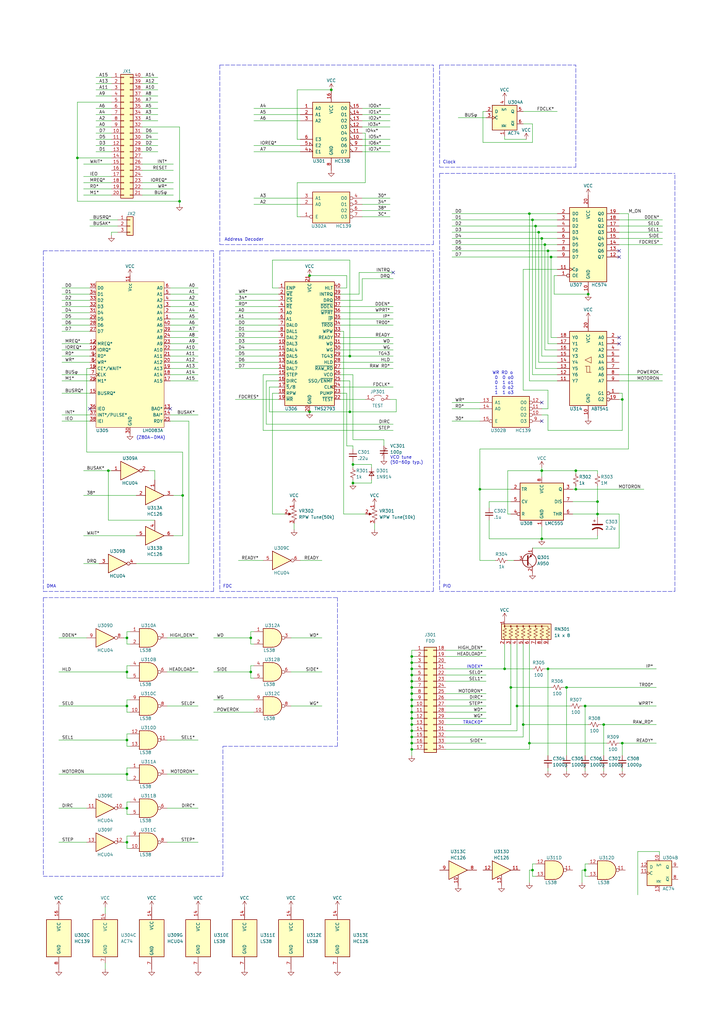
<source format=kicad_sch>
(kicad_sch (version 20211123) (generator eeschema)
  (paper "A3" portrait)
  (junction (at 218.44 356.87))
  (junction (at 143.51 146.05))
  (junction (at 168.91 292.1))
  (junction (at 209.55 281.94))
  (junction (at 196.85 200.66))
  (junction (at 219.71 92.71))
  (junction (at 135.89 36.83))
  (junction (at 52.07 275.59))
  (junction (at 224.79 274.32))
  (junction (at 207.01 274.32))
  (junction (at 240.03 356.87))
  (junction (at 217.17 87.63))
  (junction (at 168.91 297.18))
  (junction (at 222.25 193.04))
  (junction (at 44.45 193.04))
  (junction (at 217.17 304.8))
  (junction (at 168.91 304.8))
  (junction (at 168.91 284.48))
  (junction (at 168.91 271.78))
  (junction (at 127 113.03))
  (junction (at 245.11 210.82))
  (junction (at 73.66 82.55))
  (junction (at 214.63 297.18))
  (junction (at 144.78 198.12))
  (junction (at 226.06 105.41))
  (junction (at 168.91 299.72))
  (junction (at 52.07 303.53))
  (junction (at 168.91 307.34))
  (junction (at 168.91 302.26))
  (junction (at 168.91 274.32))
  (junction (at 168.91 281.94))
  (junction (at 247.65 297.18))
  (junction (at 52.07 317.5))
  (junction (at 236.22 193.04))
  (junction (at 223.52 100.33))
  (junction (at 168.91 279.4))
  (junction (at 212.09 289.56))
  (junction (at 241.3 120.65))
  (junction (at 168.91 287.02))
  (junction (at 255.27 163.83))
  (junction (at 222.25 220.98))
  (junction (at 102.87 275.59))
  (junction (at 52.07 261.62))
  (junction (at 144.78 190.5))
  (junction (at 224.79 102.87))
  (junction (at 222.25 97.79))
  (junction (at 31.75 64.77))
  (junction (at 168.91 269.24))
  (junction (at 232.41 281.94))
  (junction (at 52.07 289.56))
  (junction (at 220.98 95.25))
  (junction (at 240.03 289.56))
  (junction (at 245.11 205.74))
  (junction (at 102.87 261.62))
  (junction (at 143.51 168.91))
  (junction (at 255.27 304.8))
  (junction (at 74.93 203.2))
  (junction (at 218.44 90.17))
  (junction (at 52.07 345.44))
  (junction (at 168.91 294.64))
  (junction (at 52.07 331.47))
  (junction (at 168.91 289.56))
  (junction (at 127 168.91))
  (junction (at 236.22 200.66))
  (junction (at 168.91 276.86))
  (no_connect (at 254 105.41))
  (no_connect (at 69.85 167.64))
  (no_connect (at 222.25 165.1))
  (no_connect (at 254 102.87))
  (no_connect (at 254 140.97))
  (no_connect (at 254 138.43))
  (no_connect (at 161.29 111.76))
  (no_connect (at 222.25 172.72))
  (no_connect (at 36.83 167.64))
  (wire (pts (xy 222.25 167.64) (xy 224.79 167.64)))
  (wire (pts (xy 185.42 90.17) (xy 218.44 90.17)))
  (wire (pts (xy 182.88 299.72) (xy 212.09 299.72)))
  (wire (pts (xy 34.29 193.04) (xy 44.45 193.04)))
  (wire (pts (xy 217.17 304.8) (xy 248.92 304.8)))
  (wire (pts (xy 254 92.71) (xy 271.78 92.71)))
  (wire (pts (xy 139.7 143.51) (xy 161.29 143.51)))
  (wire (pts (xy 25.4 120.65) (xy 36.83 120.65)))
  (wire (pts (xy 142.24 161.29) (xy 142.24 182.88)))
  (wire (pts (xy 52.07 334.01) (xy 52.07 331.47)))
  (wire (pts (xy 228.6 148.59) (xy 220.98 148.59)))
  (wire (pts (xy 58.42 36.83) (xy 64.77 36.83)))
  (wire (pts (xy 24.13 331.47) (xy 35.56 331.47)))
  (wire (pts (xy 254 161.29) (xy 255.27 161.29)))
  (wire (pts (xy 222.25 215.9) (xy 222.25 220.98)))
  (wire (pts (xy 69.85 125.73) (xy 81.28 125.73)))
  (wire (pts (xy 96.52 135.89) (xy 114.3 135.89)))
  (polyline (pts (xy 180.34 242.57) (xy 276.86 242.57)))
  (wire (pts (xy 144.78 190.5) (xy 144.78 191.77)))
  (wire (pts (xy 152.4 196.85) (xy 152.4 198.12)))
  (wire (pts (xy 182.88 274.32) (xy 207.01 274.32)))
  (polyline (pts (xy 177.8 100.33) (xy 177.8 26.67)))
  (wire (pts (xy 68.58 275.59) (xy 81.28 275.59)))
  (wire (pts (xy 25.4 143.51) (xy 36.83 143.51)))
  (wire (pts (xy 96.52 120.65) (xy 114.3 120.65)))
  (wire (pts (xy 196.85 184.15) (xy 196.85 200.66)))
  (wire (pts (xy 168.91 284.48) (xy 170.18 284.48)))
  (wire (pts (xy 157.48 180.34) (xy 144.78 180.34)))
  (wire (pts (xy 255.27 304.8) (xy 255.27 309.88)))
  (wire (pts (xy 123.19 229.87) (xy 132.08 229.87)))
  (wire (pts (xy 218.44 356.87) (xy 217.17 356.87)))
  (wire (pts (xy 185.42 102.87) (xy 224.79 102.87)))
  (wire (pts (xy 50.8 331.47) (xy 52.07 331.47)))
  (wire (pts (xy 224.79 176.53) (xy 255.27 176.53)))
  (wire (pts (xy 218.44 356.87) (xy 218.44 359.41)))
  (wire (pts (xy 31.75 64.77) (xy 45.72 64.77)))
  (wire (pts (xy 245.11 194.31) (xy 245.11 193.04)))
  (wire (pts (xy 157.48 182.88) (xy 157.48 180.34)))
  (wire (pts (xy 68.58 303.53) (xy 81.28 303.53)))
  (polyline (pts (xy 180.34 26.67) (xy 236.22 26.67)))
  (wire (pts (xy 254 95.25) (xy 271.78 95.25)))
  (wire (pts (xy 63.5 193.04) (xy 63.5 196.85)))
  (wire (pts (xy 52.07 300.99) (xy 53.34 300.99)))
  (wire (pts (xy 168.91 302.26) (xy 168.91 304.8)))
  (wire (pts (xy 217.17 356.87) (xy 217.17 361.95)))
  (wire (pts (xy 182.88 307.34) (xy 217.17 307.34)))
  (wire (pts (xy 214.63 50.8) (xy 218.44 50.8)))
  (wire (pts (xy 104.14 264.16) (xy 102.87 264.16)))
  (wire (pts (xy 39.37 36.83) (xy 45.72 36.83)))
  (wire (pts (xy 139.7 148.59) (xy 161.29 148.59)))
  (wire (pts (xy 148.59 81.28) (xy 160.02 81.28)))
  (wire (pts (xy 228.6 153.67) (xy 218.44 153.67)))
  (wire (pts (xy 25.4 170.18) (xy 36.83 170.18)))
  (wire (pts (xy 182.88 287.02) (xy 199.39 287.02)))
  (wire (pts (xy 73.66 52.07) (xy 73.66 82.55)))
  (wire (pts (xy 168.91 279.4) (xy 168.91 281.94)))
  (wire (pts (xy 24.13 317.5) (xy 52.07 317.5)))
  (wire (pts (xy 152.4 198.12) (xy 144.78 198.12)))
  (wire (pts (xy 199.39 45.72) (xy 198.12 45.72)))
  (wire (pts (xy 218.44 90.17) (xy 228.6 90.17)))
  (wire (pts (xy 69.85 148.59) (xy 81.28 148.59)))
  (wire (pts (xy 222.25 170.18) (xy 224.79 170.18)))
  (wire (pts (xy 139.7 146.05) (xy 143.51 146.05)))
  (wire (pts (xy 208.28 229.87) (xy 210.82 229.87)))
  (wire (pts (xy 238.76 356.87) (xy 238.76 361.95)))
  (wire (pts (xy 185.42 167.64) (xy 196.85 167.64)))
  (wire (pts (xy 53.34 278.13) (xy 52.07 278.13)))
  (wire (pts (xy 168.91 289.56) (xy 170.18 289.56)))
  (wire (pts (xy 25.4 130.81) (xy 36.83 130.81)))
  (wire (pts (xy 104.14 83.82) (xy 123.19 83.82)))
  (wire (pts (xy 58.42 69.85) (xy 71.12 69.85)))
  (wire (pts (xy 58.42 44.45) (xy 64.77 44.45)))
  (wire (pts (xy 110.49 158.75) (xy 110.49 168.91)))
  (wire (pts (xy 52.07 261.62) (xy 52.07 259.08)))
  (polyline (pts (xy 17.78 102.87) (xy 17.78 242.57)))
  (wire (pts (xy 52.07 320.04) (xy 52.07 317.5)))
  (wire (pts (xy 52.07 342.9) (xy 53.34 342.9)))
  (wire (pts (xy 168.91 287.02) (xy 170.18 287.02)))
  (wire (pts (xy 148.59 83.82) (xy 160.02 83.82)))
  (wire (pts (xy 69.85 118.11) (xy 81.28 118.11)))
  (wire (pts (xy 35.56 151.13) (xy 35.56 185.42)))
  (wire (pts (xy 219.71 92.71) (xy 219.71 151.13)))
  (wire (pts (xy 168.91 276.86) (xy 168.91 279.4)))
  (wire (pts (xy 255.27 314.96) (xy 255.27 316.23)))
  (wire (pts (xy 58.42 67.31) (xy 71.12 67.31)))
  (wire (pts (xy 25.4 161.29) (xy 36.83 161.29)))
  (polyline (pts (xy 90.17 102.87) (xy 177.8 102.87)))
  (wire (pts (xy 254 210.82) (xy 254 224.79)))
  (wire (pts (xy 104.14 44.45) (xy 123.19 44.45)))
  (wire (pts (xy 119.38 289.56) (xy 132.08 289.56)))
  (wire (pts (xy 185.42 172.72) (xy 196.85 172.72)))
  (wire (pts (xy 139.7 125.73) (xy 161.29 125.73)))
  (wire (pts (xy 168.91 307.34) (xy 170.18 307.34)))
  (wire (pts (xy 148.59 57.15) (xy 160.02 57.15)))
  (wire (pts (xy 140.97 210.82) (xy 149.86 210.82)))
  (wire (pts (xy 139.7 130.81) (xy 161.29 130.81)))
  (wire (pts (xy 143.51 168.91) (xy 162.56 168.91)))
  (wire (pts (xy 212.09 264.16) (xy 212.09 289.56)))
  (wire (pts (xy 254 224.79) (xy 218.44 224.79)))
  (wire (pts (xy 238.76 289.56) (xy 240.03 289.56)))
  (wire (pts (xy 160.02 163.83) (xy 162.56 163.83)))
  (wire (pts (xy 121.92 36.83) (xy 135.89 36.83)))
  (wire (pts (xy 44.45 213.36) (xy 63.5 213.36)))
  (wire (pts (xy 168.91 297.18) (xy 168.91 299.72)))
  (wire (pts (xy 270.51 349.25) (xy 270.51 350.52)))
  (wire (pts (xy 104.14 62.23) (xy 123.19 62.23)))
  (wire (pts (xy 254 97.79) (xy 271.78 97.79)))
  (wire (pts (xy 185.42 165.1) (xy 196.85 165.1)))
  (wire (pts (xy 226.06 105.41) (xy 228.6 105.41)))
  (wire (pts (xy 261.62 349.25) (xy 270.51 349.25)))
  (wire (pts (xy 224.79 314.96) (xy 224.79 316.23)))
  (wire (pts (xy 34.29 77.47) (xy 45.72 77.47)))
  (wire (pts (xy 53.34 320.04) (xy 52.07 320.04)))
  (wire (pts (xy 53.34 334.01) (xy 52.07 334.01)))
  (wire (pts (xy 254 156.21) (xy 271.78 156.21)))
  (wire (pts (xy 45.72 193.04) (xy 44.45 193.04)))
  (wire (pts (xy 168.91 304.8) (xy 170.18 304.8)))
  (wire (pts (xy 224.79 102.87) (xy 224.79 140.97)))
  (wire (pts (xy 58.42 39.37) (xy 64.77 39.37)))
  (wire (pts (xy 207.01 57.15) (xy 215.9 57.15)))
  (wire (pts (xy 228.6 113.03) (xy 227.33 113.03)))
  (wire (pts (xy 240.03 314.96) (xy 240.03 316.23)))
  (wire (pts (xy 52.07 314.96) (xy 53.34 314.96)))
  (wire (pts (xy 222.25 193.04) (xy 222.25 195.58)))
  (wire (pts (xy 39.37 57.15) (xy 45.72 57.15)))
  (wire (pts (xy 139.7 120.65) (xy 147.32 120.65)))
  (wire (pts (xy 121.92 57.15) (xy 121.92 36.83)))
  (wire (pts (xy 96.52 123.19) (xy 114.3 123.19)))
  (wire (pts (xy 52.07 345.44) (xy 52.07 342.9)))
  (wire (pts (xy 96.52 163.83) (xy 114.3 163.83)))
  (wire (pts (xy 223.52 100.33) (xy 223.52 143.51)))
  (polyline (pts (xy 17.78 245.11) (xy 17.78 359.41)))
  (wire (pts (xy 52.07 328.93) (xy 53.34 328.93)))
  (wire (pts (xy 39.37 39.37) (xy 45.72 39.37)))
  (polyline (pts (xy 90.17 26.67) (xy 177.8 26.67)))
  (wire (pts (xy 142.24 182.88) (xy 144.78 182.88)))
  (wire (pts (xy 87.63 287.02) (xy 104.14 287.02)))
  (wire (pts (xy 227.33 113.03) (xy 227.33 120.65)))
  (wire (pts (xy 58.42 49.53) (xy 64.77 49.53)))
  (wire (pts (xy 214.63 297.18) (xy 214.63 302.26)))
  (wire (pts (xy 168.91 281.94) (xy 168.91 284.48)))
  (wire (pts (xy 139.7 156.21) (xy 143.51 156.21)))
  (wire (pts (xy 110.49 158.75) (xy 114.3 158.75)))
  (wire (pts (xy 148.59 88.9) (xy 160.02 88.9)))
  (wire (pts (xy 58.42 46.99) (xy 64.77 46.99)))
  (wire (pts (xy 69.85 130.81) (xy 81.28 130.81)))
  (wire (pts (xy 39.37 31.75) (xy 45.72 31.75)))
  (wire (pts (xy 36.83 92.71) (xy 48.26 92.71)))
  (wire (pts (xy 24.13 261.62) (xy 35.56 261.62)))
  (wire (pts (xy 209.55 281.94) (xy 209.55 297.18)))
  (wire (pts (xy 234.95 200.66) (xy 236.22 200.66)))
  (wire (pts (xy 77.47 172.72) (xy 69.85 172.72)))
  (wire (pts (xy 139.7 161.29) (xy 142.24 161.29)))
  (wire (pts (xy 168.91 276.86) (xy 170.18 276.86)))
  (wire (pts (xy 245.11 205.74) (xy 245.11 210.82)))
  (wire (pts (xy 25.4 153.67) (xy 36.83 153.67)))
  (wire (pts (xy 44.45 213.36) (xy 44.45 193.04)))
  (wire (pts (xy 185.42 95.25) (xy 220.98 95.25)))
  (wire (pts (xy 96.52 133.35) (xy 114.3 133.35)))
  (wire (pts (xy 218.44 50.8) (xy 218.44 58.42)))
  (wire (pts (xy 96.52 130.81) (xy 114.3 130.81)))
  (wire (pts (xy 69.85 140.97) (xy 81.28 140.97)))
  (polyline (pts (xy 17.78 242.57) (xy 87.63 242.57)))
  (wire (pts (xy 168.91 292.1) (xy 168.91 294.64)))
  (wire (pts (xy 39.37 59.69) (xy 45.72 59.69)))
  (wire (pts (xy 74.93 203.2) (xy 74.93 185.42)))
  (wire (pts (xy 182.88 294.64) (xy 199.39 294.64)))
  (wire (pts (xy 220.98 95.25) (xy 220.98 148.59)))
  (wire (pts (xy 219.71 354.33) (xy 218.44 354.33)))
  (wire (pts (xy 200.66 220.98) (xy 222.25 220.98)))
  (wire (pts (xy 168.91 299.72) (xy 170.18 299.72)))
  (wire (pts (xy 39.37 44.45) (xy 45.72 44.45)))
  (wire (pts (xy 143.51 106.68) (xy 143.51 146.05)))
  (wire (pts (xy 207.01 264.16) (xy 207.01 274.32)))
  (polyline (pts (xy 90.17 242.57) (xy 177.8 242.57)))
  (polyline (pts (xy 17.78 245.11) (xy 138.43 245.11)))
  (wire (pts (xy 25.4 140.97) (xy 36.83 140.97)))
  (wire (pts (xy 168.91 289.56) (xy 168.91 292.1)))
  (wire (pts (xy 182.88 284.48) (xy 199.39 284.48)))
  (wire (pts (xy 139.7 135.89) (xy 140.97 135.89)))
  (wire (pts (xy 241.3 354.33) (xy 240.03 354.33)))
  (polyline (pts (xy 180.34 71.12) (xy 276.86 71.12)))
  (wire (pts (xy 25.4 135.89) (xy 36.83 135.89)))
  (wire (pts (xy 77.47 231.14) (xy 77.47 172.72)))
  (wire (pts (xy 52.07 275.59) (xy 52.07 273.05)))
  (wire (pts (xy 127 168.91) (xy 143.51 168.91)))
  (wire (pts (xy 168.91 307.34) (xy 168.91 309.88)))
  (wire (pts (xy 31.75 41.91) (xy 45.72 41.91)))
  (wire (pts (xy 245.11 210.82) (xy 254 210.82)))
  (wire (pts (xy 148.59 62.23) (xy 160.02 62.23)))
  (wire (pts (xy 247.65 297.18) (xy 247.65 309.88)))
  (wire (pts (xy 96.52 148.59) (xy 114.3 148.59)))
  (wire (pts (xy 110.49 168.91) (xy 127 168.91)))
  (wire (pts (xy 25.4 128.27) (xy 36.83 128.27)))
  (wire (pts (xy 240.03 356.87) (xy 240.03 359.41)))
  (wire (pts (xy 139.7 138.43) (xy 161.29 138.43)))
  (wire (pts (xy 207.01 274.32) (xy 218.44 274.32)))
  (polyline (pts (xy 87.63 242.57) (xy 87.63 102.87)))
  (polyline (pts (xy 91.44 306.07) (xy 138.43 306.07)))
  (wire (pts (xy 74.93 185.42) (xy 35.56 185.42)))
  (wire (pts (xy 224.79 274.32) (xy 269.24 274.32)))
  (wire (pts (xy 52.07 278.13) (xy 52.07 275.59)))
  (wire (pts (xy 148.59 114.3) (xy 161.29 114.3)))
  (wire (pts (xy 45.72 95.25) (xy 45.72 96.52)))
  (wire (pts (xy 182.88 302.26) (xy 214.63 302.26)))
  (wire (pts (xy 240.03 289.56) (xy 269.24 289.56)))
  (wire (pts (xy 102.87 261.62) (xy 102.87 259.08)))
  (wire (pts (xy 119.38 275.59) (xy 132.08 275.59)))
  (wire (pts (xy 52.07 292.1) (xy 52.07 289.56)))
  (wire (pts (xy 214.63 297.18) (xy 241.3 297.18)))
  (wire (pts (xy 144.78 180.34) (xy 144.78 153.67)))
  (wire (pts (xy 168.91 287.02) (xy 168.91 289.56)))
  (wire (pts (xy 53.34 306.07) (xy 52.07 306.07)))
  (wire (pts (xy 111.76 210.82) (xy 116.84 210.82)))
  (polyline (pts (xy 180.34 26.67) (xy 180.34 68.58)))
  (wire (pts (xy 232.41 314.96) (xy 232.41 316.23)))
  (wire (pts (xy 48.26 95.25) (xy 45.72 95.25)))
  (wire (pts (xy 224.79 160.02) (xy 224.79 167.64)))
  (polyline (pts (xy 17.78 359.41) (xy 91.44 359.41)))
  (wire (pts (xy 222.25 97.79) (xy 228.6 97.79)))
  (wire (pts (xy 97.79 229.87) (xy 107.95 229.87)))
  (wire (pts (xy 247.65 297.18) (xy 269.24 297.18)))
  (wire (pts (xy 168.91 302.26) (xy 170.18 302.26)))
  (wire (pts (xy 71.12 219.71) (xy 74.93 219.71)))
  (wire (pts (xy 148.59 86.36) (xy 160.02 86.36)))
  (wire (pts (xy 168.91 299.72) (xy 168.91 302.26)))
  (wire (pts (xy 52.07 331.47) (xy 52.07 328.93)))
  (wire (pts (xy 232.41 281.94) (xy 269.24 281.94)))
  (wire (pts (xy 182.88 297.18) (xy 209.55 297.18)))
  (wire (pts (xy 69.85 143.51) (xy 81.28 143.51)))
  (wire (pts (xy 255.27 304.8) (xy 269.24 304.8)))
  (wire (pts (xy 168.91 269.24) (xy 168.91 271.78)))
  (wire (pts (xy 214.63 110.49) (xy 228.6 110.49)))
  (polyline (pts (xy 90.17 26.67) (xy 90.17 100.33)))
  (wire (pts (xy 87.63 292.1) (xy 104.14 292.1)))
  (wire (pts (xy 104.14 278.13) (xy 102.87 278.13)))
  (wire (pts (xy 209.55 200.66) (xy 196.85 200.66)))
  (wire (pts (xy 185.42 100.33) (xy 223.52 100.33)))
  (wire (pts (xy 34.29 67.31) (xy 45.72 67.31)))
  (wire (pts (xy 168.91 284.48) (xy 168.91 287.02)))
  (wire (pts (xy 182.88 279.4) (xy 199.39 279.4)))
  (wire (pts (xy 87.63 275.59) (xy 102.87 275.59)))
  (wire (pts (xy 71.12 203.2) (xy 74.93 203.2)))
  (wire (pts (xy 53.34 292.1) (xy 52.07 292.1)))
  (wire (pts (xy 227.33 120.65) (xy 241.3 120.65)))
  (wire (pts (xy 36.83 151.13) (xy 35.56 151.13)))
  (wire (pts (xy 102.87 278.13) (xy 102.87 275.59)))
  (wire (pts (xy 58.42 34.29) (xy 64.77 34.29)))
  (wire (pts (xy 69.85 156.21) (xy 81.28 156.21)))
  (wire (pts (xy 143.51 156.21) (xy 143.51 168.91)))
  (wire (pts (xy 261.62 349.25) (xy 261.62 367.03)))
  (wire (pts (xy 212.09 289.56) (xy 233.68 289.56)))
  (polyline (pts (xy 177.8 242.57) (xy 177.8 102.87)))
  (wire (pts (xy 39.37 34.29) (xy 45.72 34.29)))
  (wire (pts (xy 31.75 41.91) (xy 31.75 64.77)))
  (wire (pts (xy 218.44 58.42) (xy 198.12 58.42)))
  (wire (pts (xy 31.75 64.77) (xy 31.75 82.55)))
  (wire (pts (xy 24.13 303.53) (xy 52.07 303.53)))
  (wire (pts (xy 148.59 49.53) (xy 160.02 49.53)))
  (wire (pts (xy 96.52 146.05) (xy 114.3 146.05)))
  (wire (pts (xy 96.52 125.73) (xy 114.3 125.73)))
  (wire (pts (xy 148.59 44.45) (xy 160.02 44.45)))
  (wire (pts (xy 58.42 52.07) (xy 73.66 52.07)))
  (wire (pts (xy 53.34 264.16) (xy 52.07 264.16)))
  (wire (pts (xy 52.07 317.5) (xy 52.07 314.96)))
  (wire (pts (xy 43.18 394.97) (xy 43.18 397.51)))
  (wire (pts (xy 144.78 198.12) (xy 144.78 196.85)))
  (wire (pts (xy 148.59 54.61) (xy 149.86 54.61)))
  (wire (pts (xy 232.41 281.94) (xy 232.41 309.88)))
  (wire (pts (xy 69.85 123.19) (xy 81.28 123.19)))
  (wire (pts (xy 228.6 146.05) (xy 222.25 146.05)))
  (wire (pts (xy 34.29 72.39) (xy 45.72 72.39)))
  (wire (pts (xy 214.63 264.16) (xy 214.63 297.18)))
  (wire (pts (xy 214.63 45.72) (xy 228.6 45.72)))
  (wire (pts (xy 53.34 347.98) (xy 52.07 347.98)))
  (wire (pts (xy 111.76 118.11) (xy 111.76 106.68)))
  (wire (pts (xy 234.95 210.82) (xy 245.11 210.82)))
  (wire (pts (xy 25.4 118.11) (xy 36.83 118.11)))
  (wire (pts (xy 39.37 62.23) (xy 45.72 62.23)))
  (wire (pts (xy 185.42 97.79) (xy 222.25 97.79)))
  (wire (pts (xy 68.58 289.56) (xy 81.28 289.56)))
  (wire (pts (xy 34.29 231.14) (xy 40.64 231.14)))
  (wire (pts (xy 222.25 220.98) (xy 245.11 220.98)))
  (polyline (pts (xy 90.17 100.33) (xy 177.8 100.33)))
  (wire (pts (xy 102.87 273.05) (xy 104.14 273.05)))
  (wire (pts (xy 52.07 259.08) (xy 53.34 259.08)))
  (wire (pts (xy 257.81 87.63) (xy 257.81 184.15)))
  (wire (pts (xy 140.97 135.89) (xy 140.97 210.82)))
  (wire (pts (xy 168.91 274.32) (xy 168.91 276.86)))
  (wire (pts (xy 236.22 200.66) (xy 264.16 200.66)))
  (wire (pts (xy 111.76 106.68) (xy 143.51 106.68)))
  (wire (pts (xy 39.37 46.99) (xy 45.72 46.99)))
  (wire (pts (xy 162.56 163.83) (xy 162.56 168.91)))
  (wire (pts (xy 182.88 304.8) (xy 199.39 304.8)))
  (wire (pts (xy 182.88 269.24) (xy 199.39 269.24)))
  (wire (pts (xy 222.25 97.79) (xy 222.25 146.05)))
  (wire (pts (xy 209.55 205.74) (xy 200.66 205.74)))
  (wire (pts (xy 168.91 279.4) (xy 170.18 279.4)))
  (wire (pts (xy 39.37 52.07) (xy 45.72 52.07)))
  (wire (pts (xy 34.29 203.2) (xy 55.88 203.2)))
  (wire (pts (xy 240.03 289.56) (xy 240.03 309.88)))
  (wire (pts (xy 212.09 289.56) (xy 212.09 299.72)))
  (wire (pts (xy 255.27 176.53) (xy 255.27 163.83)))
  (wire (pts (xy 228.6 156.21) (xy 217.17 156.21)))
  (wire (pts (xy 96.52 143.51) (xy 114.3 143.51)))
  (wire (pts (xy 102.87 259.08) (xy 104.14 259.08)))
  (wire (pts (xy 69.85 128.27) (xy 81.28 128.27)))
  (wire (pts (xy 142.24 118.11) (xy 142.24 113.03)))
  (wire (pts (xy 109.22 173.99) (xy 161.29 173.99)))
  (wire (pts (xy 69.85 146.05) (xy 81.28 146.05)))
  (wire (pts (xy 196.85 184.15) (xy 257.81 184.15)))
  (wire (pts (xy 104.14 59.69) (xy 123.19 59.69)))
  (wire (pts (xy 148.59 46.99) (xy 160.02 46.99)))
  (wire (pts (xy 24.13 289.56) (xy 52.07 289.56)))
  (wire (pts (xy 148.59 52.07) (xy 160.02 52.07)))
  (wire (pts (xy 24.13 275.59) (xy 52.07 275.59)))
  (wire (pts (xy 60.96 193.04) (xy 63.5 193.04)))
  (wire (pts (xy 50.8 261.62) (xy 52.07 261.62)))
  (wire (pts (xy 152.4 191.77) (xy 152.4 190.5)))
  (wire (pts (xy 139.7 133.35) (xy 161.29 133.35)))
  (wire (pts (xy 214.63 110.49) (xy 214.63 160.02)))
  (wire (pts (xy 255.27 163.83) (xy 254 163.83)))
  (wire (pts (xy 69.85 133.35) (xy 81.28 133.35)))
  (wire (pts (xy 139.7 151.13) (xy 161.29 151.13)))
  (wire (pts (xy 102.87 275.59) (xy 102.87 273.05)))
  (wire (pts (xy 111.76 161.29) (xy 111.76 210.82)))
  (wire (pts (xy 144.78 189.23) (xy 144.78 190.5)))
  (wire (pts (xy 185.42 92.71) (xy 219.71 92.71)))
  (wire (pts (xy 24.13 345.44) (xy 35.56 345.44)))
  (wire (pts (xy 182.88 266.7) (xy 199.39 266.7)))
  (wire (pts (xy 69.85 120.65) (xy 81.28 120.65)))
  (wire (pts (xy 153.67 217.17) (xy 153.67 214.63)))
  (wire (pts (xy 224.79 102.87) (xy 228.6 102.87)))
  (wire (pts (xy 168.91 281.94) (xy 170.18 281.94)))
  (polyline (pts (xy 90.17 102.87) (xy 90.17 242.57)))
  (wire (pts (xy 228.6 151.13) (xy 219.71 151.13)))
  (wire (pts (xy 68.58 261.62) (xy 81.28 261.62)))
  (wire (pts (xy 209.55 281.94) (xy 226.06 281.94)))
  (wire (pts (xy 104.14 46.99) (xy 123.19 46.99)))
  (wire (pts (xy 107.95 176.53) (xy 161.29 176.53)))
  (wire (pts (xy 144.78 182.88) (xy 144.78 184.15)))
  (wire (pts (xy 217.17 87.63) (xy 228.6 87.63)))
  (wire (pts (xy 69.85 138.43) (xy 81.28 138.43)))
  (wire (pts (xy 254 90.17) (xy 271.78 90.17)))
  (wire (pts (xy 168.91 266.7) (xy 168.91 269.24)))
  (wire (pts (xy 209.55 210.82) (xy 208.28 210.82)))
  (wire (pts (xy 223.52 100.33) (xy 228.6 100.33)))
  (wire (pts (xy 34.29 80.01) (xy 45.72 80.01)))
  (wire (pts (xy 149.86 54.61) (xy 149.86 74.93)))
  (wire (pts (xy 102.87 264.16) (xy 102.87 261.62)))
  (wire (pts (xy 139.7 128.27) (xy 161.29 128.27)))
  (wire (pts (xy 25.4 156.21) (xy 36.83 156.21)))
  (wire (pts (xy 109.22 156.21) (xy 109.22 173.99)))
  (wire (pts (xy 96.52 140.97) (xy 114.3 140.97)))
  (wire (pts (xy 245.11 210.82) (xy 245.11 212.09)))
  (wire (pts (xy 25.4 123.19) (xy 36.83 123.19)))
  (wire (pts (xy 58.42 41.91) (xy 64.77 41.91)))
  (wire (pts (xy 69.85 151.13) (xy 81.28 151.13)))
  (wire (pts (xy 120.65 217.17) (xy 120.65 214.63)))
  (wire (pts (xy 139.7 140.97) (xy 161.29 140.97)))
  (wire (pts (xy 139.7 118.11) (xy 142.24 118.11)))
  (wire (pts (xy 168.91 294.64) (xy 170.18 294.64)))
  (wire (pts (xy 240.03 356.87) (xy 238.76 356.87)))
  (wire (pts (xy 52.07 287.02) (xy 53.34 287.02)))
  (wire (pts (xy 246.38 297.18) (xy 247.65 297.18)))
  (wire (pts (xy 168.91 274.32) (xy 170.18 274.32)))
  (wire (pts (xy 224.79 274.32) (xy 224.79 309.88)))
  (wire (pts (xy 52.07 303.53) (xy 52.07 300.99)))
  (polyline (pts (xy 236.22 68.58) (xy 236.22 26.67)))
  (polyline (pts (xy 91.44 359.41) (xy 91.44 306.07)))
  (wire (pts (xy 50.8 345.44) (xy 52.07 345.44)))
  (polyline (pts (xy 17.78 102.87) (xy 87.63 102.87)))
  (wire (pts (xy 58.42 54.61) (xy 64.77 54.61)))
  (wire (pts (xy 114.3 161.29) (xy 111.76 161.29)))
  (wire (pts (xy 58.42 74.93) (xy 71.12 74.93)))
  (wire (pts (xy 245.11 220.98) (xy 245.11 219.71)))
  (wire (pts (xy 25.4 172.72) (xy 36.83 172.72)))
  (wire (pts (xy 214.63 160.02) (xy 224.79 160.02)))
  (wire (pts (xy 218.44 90.17) (xy 218.44 153.67)))
  (wire (pts (xy 25.4 133.35) (xy 36.83 133.35)))
  (wire (pts (xy 96.52 151.13) (xy 114.3 151.13)))
  (wire (pts (xy 104.14 49.53) (xy 123.19 49.53)))
  (wire (pts (xy 168.91 271.78) (xy 168.91 274.32)))
  (wire (pts (xy 149.86 74.93) (xy 121.92 74.93)))
  (wire (pts (xy 148.59 123.19) (xy 148.59 114.3)))
  (wire (pts (xy 168.91 304.8) (xy 168.91 307.34)))
  (wire (pts (xy 139.7 158.75) (xy 161.29 158.75)))
  (wire (pts (xy 254 87.63) (xy 257.81 87.63)))
  (wire (pts (xy 139.7 163.83) (xy 149.86 163.83)))
  (wire (pts (xy 254 153.67) (xy 271.78 153.67)))
  (wire (pts (xy 68.58 317.5) (xy 81.28 317.5)))
  (wire (pts (xy 31.75 82.55) (xy 73.66 82.55)))
  (wire (pts (xy 223.52 274.32) (xy 224.79 274.32)))
  (wire (pts (xy 142.24 113.03) (xy 127 113.03)))
  (wire (pts (xy 147.32 111.76) (xy 161.29 111.76)))
  (polyline (pts (xy 180.34 68.58) (xy 236.22 68.58)))
  (wire (pts (xy 96.52 138.43) (xy 114.3 138.43)))
  (wire (pts (xy 226.06 105.41) (xy 226.06 138.43)))
  (wire (pts (xy 240.03 354.33) (xy 240.03 356.87)))
  (wire (pts (xy 236.22 193.04) (xy 245.11 193.04)))
  (wire (pts (xy 39.37 54.61) (xy 45.72 54.61)))
  (wire (pts (xy 55.88 231.14) (xy 77.47 231.14)))
  (wire (pts (xy 217.17 264.16) (xy 217.17 304.8)))
  (wire (pts (xy 58.42 80.01) (xy 71.12 80.01)))
  (polyline (pts (xy 180.34 71.12) (xy 180.34 242.57)))
  (wire (pts (xy 236.22 194.31) (xy 236.22 193.04)))
  (wire (pts (xy 121.92 88.9) (xy 123.19 88.9)))
  (wire (pts (xy 217.17 304.8) (xy 217.17 307.34)))
  (wire (pts (xy 52.07 289.56) (xy 52.07 287.02)))
  (wire (pts (xy 34.29 219.71) (xy 55.88 219.71)))
  (wire (pts (xy 254 304.8) (xy 255.27 304.8)))
  (wire (pts (xy 168.91 292.1) (xy 170.18 292.1)))
  (wire (pts (xy 247.65 314.96) (xy 247.65 316.23)))
  (wire (pts (xy 52.07 273.05) (xy 53.34 273.05)))
  (wire (pts (xy 52.07 347.98) (xy 52.07 345.44)))
  (wire (pts (xy 245.11 199.39) (xy 245.11 205.74)))
  (wire (pts (xy 200.66 213.36) (xy 200.66 220.98)))
  (wire (pts (xy 228.6 140.97) (xy 224.79 140.97)))
  (wire (pts (xy 69.85 170.18) (xy 81.28 170.18)))
  (wire (pts (xy 58.42 59.69) (xy 64.77 59.69)))
  (wire (pts (xy 68.58 331.47) (xy 81.28 331.47)))
  (wire (pts (xy 208.28 210.82) (xy 208.28 193.04)))
  (wire (pts (xy 69.85 135.89) (xy 81.28 135.89)))
  (wire (pts (xy 228.6 143.51) (xy 223.52 143.51)))
  (wire (pts (xy 185.42 105.41) (xy 226.06 105.41)))
  (wire (pts (xy 96.52 128.27) (xy 114.3 128.27)))
  (wire (pts (xy 209.55 264.16) (xy 209.55 281.94)))
  (wire (pts (xy 39.37 49.53) (xy 45.72 49.53)))
  (wire (pts (xy 107.95 153.67) (xy 107.95 176.53)))
  (wire (pts (xy 104.14 81.28) (xy 123.19 81.28)))
  (wire (pts (xy 254 100.33) (xy 271.78 100.33)))
  (wire (pts (xy 152.4 190.5) (xy 144.78 190.5)))
  (wire (pts (xy 119.38 261.62) (xy 132.08 261.62)))
  (wire (pts (xy 224.79 170.18) (xy 224.79 176.53)))
  (wire (pts (xy 147.32 120.65) (xy 147.32 111.76)))
  (wire (pts (xy 58.42 77.47) (xy 71.12 77.47)))
  (wire (pts (xy 196.85 229.87) (xy 203.2 229.87)))
  (wire (pts (xy 236.22 200.66) (xy 236.22 199.39)))
  (wire (pts (xy 182.88 276.86) (xy 199.39 276.86)))
  (wire (pts (xy 87.63 261.62) (xy 102.87 261.62)))
  (wire (pts (xy 58.42 31.75) (xy 64.77 31.75)))
  (wire (pts (xy 234.95 205.74) (xy 245.11 205.74)))
  (wire (pts (xy 185.42 87.63) (xy 217.17 87.63)))
  (wire (pts (xy 36.83 90.17) (xy 48.26 90.17)))
  (wire (pts (xy 168.91 297.18) (xy 170.18 297.18)))
  (wire (pts (xy 222.25 191.77) (xy 222.25 193.04)))
  (wire (pts (xy 168.91 269.24) (xy 170.18 269.24)))
  (wire (pts (xy 121.92 74.93) (xy 121.92 88.9)))
  (wire (pts (xy 217.17 87.63) (xy 217.17 156.21)))
  (wire (pts (xy 170.18 271.78) (xy 168.91 271.78)))
  (wire (pts (xy 148.59 59.69) (xy 160.02 59.69)))
  (wire (pts (xy 240.03 359.41) (xy 241.3 359.41)))
  (wire (pts (xy 226.06 138.43) (xy 228.6 138.43)))
  (wire (pts (xy 25.4 125.73) (xy 36.83 125.73)))
  (wire (pts (xy 114.3 118.11) (xy 111.76 118.11)))
  (wire (pts (xy 255.27 161.29) (xy 255.27 163.83)))
  (wire (pts (xy 196.85 229.87) (xy 196.85 200.66)))
  (wire (pts (xy 182.88 292.1) (xy 199.39 292.1)))
  (wire (pts (xy 220.98 95.25) (xy 228.6 95.25)))
  (wire (pts (xy 231.14 281.94) (xy 232.41 281.94)))
  (wire (pts (xy 139.7 123.19) (xy 148.59 123.19)))
  (polyline (pts (xy 138.43 306.07) (xy 138.43 245.11)))
  (wire (pts (xy 143.51 146.05) (xy 161.29 146.05)))
  (wire (pts (xy 198.12 45.72) (xy 198.12 58.42)))
  (wire (pts (xy 58.42 62.23) (xy 64.77 62.23)))
  (wire (pts (xy 236.22 193.04) (xy 222.25 193.04)))
  (wire (pts (xy 25.4 148.59) (xy 36.83 148.59)))
  (wire (pts (xy 182.88 289.56) (xy 199.39 289.56)))
  (wire (pts (xy 200.66 205.74) (xy 200.66 208.28)))
  (wire (pts (xy 52.07 306.07) (xy 52.07 303.53)))
  (wire (pts (xy 207.01 55.88) (xy 207.01 57.15)))
  (wire (pts (xy 68.58 345.44) (xy 81.28 345.44)))
  (wire (pts (xy 25.4 146.05) (xy 36.83 146.05)))
  (wire (pts (xy 114.3 156.21) (xy 109.22 156.21)))
  (wire (pts (xy 144.78 153.67) (xy 139.7 153.67)))
  (wire (pts (xy 58.42 57.15) (xy 64.77 57.15)))
  (wire (pts (xy 114.3 153.67) (xy 107.95 153.67)))
  (polyline (pts (xy 276.86 242.57) (xy 276.86 71.12)))
  (wire (pts (xy 187.96 48.26) (xy 199.39 48.26)))
  (wire (pts (xy 52.07 264.16) (xy 52.07 261.62)))
  (wire (pts (xy 168.91 294.64) (xy 168.91 297.18)))
  (wire (pts (xy 218.44 354.33) (xy 218.44 356.87)))
  (wire (pts (xy 73.66 82.55) (xy 73.66 83.82)))
  (wire (pts (xy 170.18 266.7) (xy 168.91 266.7)))
  (wire (pts (xy 74.93 219.71) (xy 74.93 203.2)))
  (wire (pts (xy 208.28 193.04) (xy 222.25 193.04)))
  (wire (pts (xy 219.71 92.71) (xy 228.6 92.71)))
  (wire (pts (xy 123.19 57.15) (xy 121.92 57.15)))
  (wire (pts (xy 43.18 372.11) (xy 43.18 374.65)))
  (wire (pts (xy 218.44 359.41) (xy 219.71 359.41)))
  (wire (pts (xy 34.29 74.93) (xy 45.72 74.93)))
  (wire (pts (xy 69.85 153.67) (xy 81.28 153.67)))
  (text "Address Decoder" (at 92.075 99.06 0) (effects (font (size 1.27 1.27)) (justify left bottom)))
  (text "(Z80A-DMA)" (at 55.88 180.34 0) (effects (font (size 1.27 1.27)) (justify left bottom)))
  (text "FDC" (at 91.44 241.3 0) (effects (font (size 1.27 1.27)) (justify left bottom)))
  (text "Clock" (at 181.61 67.31 0) (effects (font (size 1.27 1.27)) (justify left bottom)))
  (text "PIO" (at 181.61 241.3 0) (effects (font (size 1.27 1.27)) (justify left bottom)))
  (text "DMA" (at 19.05 241.3 0) (effects (font (size 1.27 1.27)) (justify left bottom)))
  (text "WR RD o\n 0  0 o0\n 0  1 o1\n 1  0 o2\n 1  1 o3" (at 201.93 161.925 0) (effects (font (size 1.27 1.27)) (justify left bottom)))
  (text "TRACK0*" (at 198.12 297.18 180) (effects (font (size 1.27 1.27)) (justify right bottom)))
  (text "INDEX*" (at 198.12 274.32 180) (effects (font (size 1.27 1.27)) (justify right bottom)))
  (text "VCO tune\n(50～60p typ.)" (at 160.02 190.5 0) (effects (font (size 1.27 1.27)) (justify left bottom)))
  (label "SEL1" (at 270.51 95.25 180))
  (label "MREQ*" (at 36.83 74.93 0))
  (label "A9" (at 80.01 140.97 180))
  (label "D2" (at 26.67 123.19 0))
  (label "WD" (at 160.02 140.97 180))
  (label "A0" (at 40.64 52.07 0))
  (label "D3" (at 40.64 59.69 0))
  (label "D3" (at 97.79 140.97 0))
  (label "A6" (at 80.01 133.35 180))
  (label "FDCLK*" (at 227.33 45.72 180))
  (label "A11" (at 80.01 146.05 180))
  (label "A4" (at 80.01 128.27 180))
  (label "MOTORON*" (at 198.12 284.48 180))
  (label "IOREQ*" (at 26.67 143.51 0))
  (label "HIGH_DEN*" (at 198.12 266.7 180))
  (label "SEL1" (at 25.4 303.53 0))
  (label "D2" (at 59.69 59.69 0))
  (label "READY" (at 160.02 138.43 180))
  (label "D6" (at 26.67 133.35 0))
  (label "A15" (at 40.64 31.75 0))
  (label "READY" (at 130.81 229.87 180))
  (label "DDEN*" (at 270.51 90.17 180))
  (label "WAIT*" (at 35.56 219.71 0))
  (label "SIDE*" (at 130.81 275.59 180))
  (label "A1" (at 97.79 130.81 0))
  (label "DDEN*" (at 25.4 261.62 0))
  (label "DIRC*" (at 80.01 331.47 180))
  (label "SEL0*" (at 80.01 289.56 180))
  (label "IO2x*" (at 151.13 49.53 0))
  (label "BUSφ" (at 26.67 153.67 0))
  (label "IEO" (at 36.83 72.39 0))
  (label "INT*" (at 26.67 170.18 0))
  (label "D4" (at 59.69 57.15 0))
  (label "WPRT*" (at 160.02 128.27 180))
  (label "D7" (at 186.69 105.41 0))
  (label "RD*" (at 26.67 146.05 0))
  (label "D7" (at 97.79 151.13 0))
  (label "STEP" (at 25.4 345.44 0))
  (label "HIGH_DEN*" (at 80.01 261.62 180))
  (label "SIDE" (at 270.51 97.79 180))
  (label "34*" (at 154.94 83.82 0))
  (label "D1" (at 186.69 90.17 0))
  (label "3C*" (at 154.94 88.9 0))
  (label "SEL1*" (at 80.01 303.53 180))
  (label "DIRC*" (at 198.12 287.02 180))
  (label "D3" (at 26.67 125.73 0))
  (label "BUSAK*" (at 80.01 170.18 180))
  (label "A7" (at 106.68 62.23 0))
  (label "DRQ" (at 35.56 231.14 0))
  (label "WR*" (at 26.67 148.59 0))
  (label "D1" (at 26.67 120.65 0))
  (label "A2" (at 80.01 123.19 180))
  (label "SEL0" (at 270.51 92.71 180))
  (label "D7" (at 26.67 135.89 0))
  (label "DDEN*" (at 160.02 125.73 180))
  (label "IO1x*" (at 151.13 46.99 0))
  (label "D3" (at 186.69 95.25 0))
  (label "M1*" (at 26.67 156.21 0))
  (label "BUSRQ*" (at 26.67 161.29 0))
  (label "A5" (at 80.01 130.81 180))
  (label "MOTORON" (at 270.51 156.21 180))
  (label "IO4x*" (at 149.86 54.61 0))
  (label "HEADLOAD*" (at 198.12 269.24 180))
  (label "WD*" (at 130.81 261.62 180))
  (label "DIRC" (at 160.02 173.99 180))
  (label "D4" (at 26.67 128.27 0))
  (label "A5" (at 59.69 44.45 0))
  (label "WD" (at 88.9 261.62 0))
  (label "SEL1*" (at 198.12 279.4 180))
  (label "WR*" (at 68.58 77.47 180))
  (label "A9" (at 40.64 39.37 0))
  (label "RAW_RD*" (at 267.97 297.18 180))
  (label "A15" (at 80.01 156.21 180))
  (label "RD*" (at 186.69 167.64 0))
  (label "POWEROK" (at 270.51 153.67 180))
  (label "WG*" (at 130.81 289.56 180))
  (label "FDCLK*" (at 160.02 158.75 180))
  (label "SEL0" (at 25.4 289.56 0))
  (label "D0" (at 186.69 87.63 0))
  (label "A7" (at 59.69 41.91 0))
  (label "D1" (at 97.79 135.89 0))
  (label "HLD" (at 160.02 148.59 180))
  (label "A12" (at 59.69 34.29 0))
  (label "MOTORON" (at 25.4 317.5 0))
  (label "A3" (at 80.01 125.73 180))
  (label "BUSRQ*" (at 38.1 90.17 0))
  (label "WD*" (at 198.12 292.1 180))
  (label "RAW RD*" (at 160.02 151.13 180))
  (label "RD*" (at 97.79 125.73 0))
  (label "D2" (at 186.69 92.71 0))
  (label "BUSφ" (at 190.5 48.26 0))
  (label "TG43" (at 160.02 146.05 180))
  (label "D5" (at 40.64 57.15 0))
  (label "A10" (at 59.69 36.83 0))
  (label "MOTORON*" (at 80.01 317.5 180))
  (label "RD*" (at 36.83 77.47 0))
  (label "A2" (at 40.64 49.53 0))
  (label "D6" (at 59.69 54.61 0))
  (label "A3" (at 106.68 81.28 0))
  (label "34*" (at 97.79 123.19 0))
  (label "DRQ" (at 160.02 114.3 180))
  (label "A8" (at 59.69 39.37 0))
  (label "WR*" (at 186.69 165.1 0))
  (label "38*" (at 154.94 86.36 0))
  (label "A2" (at 106.68 83.82 0))
  (label "A1" (at 80.01 120.65 180))
  (label "D5" (at 97.79 146.05 0))
  (label "IP*" (at 160.02 130.81 180))
  (label "IEO" (at 26.67 172.72 0))
  (label "FDCRES*" (at 270.51 100.33 180))
  (label "A10" (at 80.01 143.51 180))
  (label "STEP" (at 160.02 176.53 180))
  (label "INT*" (at 68.58 67.31 180))
  (label "D6" (at 97.79 148.59 0))
  (label "SIDE" (at 88.9 275.59 0))
  (label "A5" (at 106.68 46.99 0))
  (label "FDCRES*" (at 97.79 163.83 0))
  (label "BUSφ" (at 68.58 80.01 180))
  (label "A13" (at 80.01 151.13 180))
  (label "D0" (at 97.79 133.35 0))
  (label "30*" (at 186.69 172.72 0))
  (label "BUSAK*" (at 35.56 193.04 0))
  (label "IOREQ*" (at 68.58 74.93 180))
  (label "IP*" (at 267.97 274.32 180))
  (label "A6" (at 106.68 49.53 0))
  (label "A14" (at 59.69 31.75 0))
  (label "TR00*" (at 160.02 133.35 180))
  (label "WAIT*" (at 36.83 67.31 0))
  (label "RESET" (at 68.58 69.85 180))
  (label "WG" (at 160.02 143.51 180))
  (label "A4" (at 106.68 44.45 0))
  (label "IO3x*" (at 156.21 52.07 180))
  (label "D1" (at 40.64 62.23 0))
  (label "A0" (at 97.79 128.27 0))
  (label "WG" (at 88.9 287.02 0))
  (label "MOTORON" (at 262.89 200.66 180))
  (label "A13" (at 40.64 34.29 0))
  (label "IO7x*" (at 151.13 62.23 0))
  (label "M1*" (at 36.83 80.01 0))
  (label "A6" (at 40.64 44.45 0))
  (label "D7" (at 40.64 54.61 0))
  (label "HLD" (at 25.4 275.59 0))
  (label "D6" (at 186.69 102.87 0))
  (label "D2" (at 97.79 138.43 0))
  (label "WR*" (at 97.79 120.65 0))
  (label "D4" (at 97.79 143.51 0))
  (label "A7" (at 80.01 135.89 180))
  (label "READY*" (at 99.06 229.87 0))
  (label "READY*" (at 267.97 304.8 180))
  (label "HEADLOAD*" (at 80.01 275.59 180))
  (label "MREQ*" (at 26.67 140.97 0))
  (label "BUSAK*" (at 38.1 92.71 0))
  (label "D0" (at 26.67 118.11 0))
  (label "SIDE*" (at 198.12 304.8 180))
  (label "A1" (at 59.69 49.53 0))
  (label "D5" (at 186.69 100.33 0))
  (label "STEP*" (at 80.01 345.44 180))
  (label "A14" (at 80.01 153.67 180))
  (label "WG*" (at 198.12 294.64 180))
  (label "SEL0*" (at 198.12 276.86 180))
  (label "WPRT*" (at 267.97 289.56 180))
  (label "IOREQ*" (at 106.68 59.69 0))
  (label "STEP*" (at 198.12 289.56 180))
  (label "POWEROK" (at 88.9 292.1 0))
  (label "D0" (at 59.69 62.23 0))
  (label "D4" (at 186.69 97.79 0))
  (label "INTRQ" (at 160.02 111.76 180))
  (label "TR00*" (at 267.97 281.94 180))
  (label "38*" (at 35.56 203.2 0))
  (label "DIRC" (at 25.4 331.47 0))
  (label "IO5x*" (at 151.13 57.15 0))
  (label "M_ON" (at 257.81 87.63 0))
  (label "D5" (at 26.67 130.81 0))
  (label "IO6x*" (at 151.13 59.69 0))
  (label "A12" (at 80.01 148.59 180))
  (label "A11" (at 40.64 36.83 0))
  (label "IO0x*" (at 151.13 44.45 0))
  (label "30*" (at 154.94 81.28 0))
  (label "A3" (at 59.69 46.99 0))
  (label "A0" (at 80.01 118.11 180))
  (label "A8" (at 80.01 138.43 180))
  (label "A4" (at 40.64 46.99 0))
  (symbol (lib_id "Zilog:Z80DMA") (at 53.34 144.78 0) (unit 1)
    (property "Reference" "U305" (at 39.37 176.53 0) (effects (justify left)))
    (property "Value" "LH0083A" (at 58.42 176.53 0) (effects (justify left)))
  )
  (symbol (lib_id "power:GND") (at 255.27 316.23 0) (unit 1)
    (property "Reference" "#PWR?" (effects hide))
    (property "Value" "GND" (effects hide))
  )
  (symbol (lib_id "power:GND") (at 168.91 309.88 0) (unit 1)
    (property "Reference" "#PWR?" (effects hide))
    (property "Value" "GND" (effects hide))
  )
  (symbol (lib_id "power:VCC") (at 241.3 80.01 0) (unit 1)
    (property "Reference" "#PWR?" (effects hide))
    (property "Value" "VCC" (at 241.3 76.2 0))
  )
  (symbol (lib_id "74xx:74LS38") (at 111.76 275.59 0) (unit 2)
    (property "Reference" "U312" (at 111.76 270.51 0))
    (property "Value" "LS38" (at 110.49 280.67 0))
    (property "Datasheet" "http://www.ti.com/lit/gpn/sn74LS38" (effects hide))
  )
  (symbol (lib_id "power:GND") (at 153.67 217.17 0) (unit 1)
    (property "Reference" "#PWR?" (effects hide))
    (property "Value" "GND" (effects hide))
  )
  (symbol (lib_id "Device:C_Trim_Small") (at 157.48 185.42 0) (unit 1)
    (property "Reference" "VC301" (at 160.02 182.88 0) (effects (justify left)))
    (property "Value" "100p" (at 160.02 185.42 0) (effects (justify left)))
  )
  (symbol (lib_id "power:GND") (at 24.13 397.51 0) (unit 1)
    (property "Reference" "#PWR?" (effects hide))
    (property "Value" "GND" (effects hide))
  )
  (symbol (lib_id "power:VCC") (at 241.3 130.81 0) (unit 1)
    (property "Reference" "#PWR?" (effects hide))
    (property "Value" "VCC" (at 241.3 127 0))
  )
  (symbol (lib_id "Device:R_Small_US") (at 205.74 229.87 90) (unit 1)
    (property "Reference" "R304" (at 208.28 227.33 90) (effects (justify left)))
    (property "Value" "1k" (at 207.01 232.41 90) (effects (justify left)))
  )
  (symbol (lib_id "74xx:74LS126") (at 187.96 356.87 0) (unit 3)
    (property "Reference" "U313" (at 187.96 349.25 0))
    (property "Value" "HC126" (at 187.96 351.79 0))
    (property "Datasheet" "http://www.ti.com/lit/gpn/sn74LS126" (effects hide))
  )
  (symbol (lib_id "74xx:74LS38") (at 111.76 261.62 0) (unit 1)
    (property "Reference" "U312" (at 111.76 256.54 0))
    (property "Value" "LS38" (at 110.49 266.7 0))
    (property "Datasheet" "http://www.ti.com/lit/gpn/sn74LS38" (effects hide))
  )
  (symbol (lib_id "power:VCC") (at 81.28 372.11 0) (unit 1)
    (property "Reference" "#PWR?" (effects hide))
    (property "Value" "VCC" (at 81.28 368.3 0))
  )
  (symbol (lib_id "Device:R_Potentiometer_US") (at 153.67 210.82 0) (mirror y) (unit 1)
    (property "Reference" "VR301" (at 155.575 209.55 0) (effects (justify right)))
    (property "Value" "WPW Tune(10k)" (at 155.575 212.09 0) (effects (justify right)))
  )
  (symbol (lib_id "Connector_Generic:Conn_02x17_Top_Bottom") (at 175.26 287.02 0) (unit 1)
    (property "Reference" "J301" (at 176.53 260.35 0))
    (property "Value" "FDD" (at 176.53 262.89 0))
  )
  (symbol (lib_id "power:GND") (at 138.43 397.51 0) (unit 1)
    (property "Reference" "#PWR?" (effects hide))
    (property "Value" "GND" (effects hide))
  )
  (symbol (lib_id "74xx:74LS04") (at 62.23 384.81 0) (unit 7)
    (property "Reference" "U309" (at 68.58 383.5399 0) (effects (justify left)))
    (property "Value" "HCU04" (at 68.58 386.0799 0) (effects (justify left)))
    (property "Datasheet" "http://www.ti.com/lit/gpn/sn74LS04" (effects hide))
  )
  (symbol (lib_id "Device:C_Small") (at 232.41 312.42 0) (unit 1)
    (property "Reference" "C305" (at 234.315 311.15 0) (effects (justify left)))
    (property "Value" "1000p" (at 234.315 313.69 0) (effects (justify left)))
  )
  (symbol (lib_id "TMS:TMS2793") (at 127 139.7 0) (unit 1)
    (property "Reference" "U306" (at 116.84 167.64 0) (effects (justify left)))
    (property "Value" "TMS2793" (at 128.905 167.64 0) (effects (justify left)))
  )
  (symbol (lib_id "power:GND") (at 73.66 83.82 0) (unit 1)
    (property "Reference" "#PWR?" (effects hide))
    (property "Value" "GND" (effects hide))
  )
  (symbol (lib_id "power:VCC") (at 24.13 372.11 0) (unit 1)
    (property "Reference" "#PWR?" (effects hide))
    (property "Value" "VCC" (at 24.13 368.3 0))
  )
  (symbol (lib_id "Device:R_Potentiometer_US") (at 120.65 210.82 0) (mirror y) (unit 1)
    (property "Reference" "VR302" (at 122.555 209.55 0) (effects (justify right)))
    (property "Value" "RPW Tune(50k)" (at 122.555 212.09 0) (effects (justify right)))
  )
  (symbol (lib_id "power:GND") (at 43.18 397.51 0) (unit 1)
    (property "Reference" "#PWR?" (effects hide))
    (property "Value" "GND" (effects hide))
  )
  (symbol (lib_id "74xx:74LS139") (at 209.55 167.64 0) (unit 2)
    (property "Reference" "U302" (at 204.47 176.53 0))
    (property "Value" "HC139" (at 214.63 176.53 0))
    (property "Datasheet" "http://www.ti.com/lit/ds/symlink/sn74ls139a.pdf" (effects hide))
  )
  (symbol (lib_id "Device:R_Small_US") (at 251.46 304.8 90) (unit 1)
    (property "Reference" "R309" (at 254 302.26 90) (effects (justify left)))
    (property "Value" "100" (at 253.365 307.34 90) (effects (justify left)))
  )
  (symbol (lib_id "74xx:74LS74") (at 270.51 358.14 0) (unit 2)
    (property "Reference" "U304" (at 271.78 351.79 0) (effects (justify left)))
    (property "Value" "AC74" (at 271.78 364.49 0) (effects (justify left)))
    (property "Datasheet" "74xx/74hc_hct74.pdf" (effects hide))
  )
  (symbol (lib_id "power:VCC") (at 119.38 372.11 0) (unit 1)
    (property "Reference" "#PWR?" (effects hide))
    (property "Value" "VCC" (at 119.38 368.3 0))
  )
  (symbol (lib_id "Connector_Generic:Conn_02x20_Counter_Clockwise") (at 50.8 54.61 0) (unit 1)
    (property "Reference" "JX1" (at 52.07 29.21 0))
    (property "Value" "Conn_02x20_Counter_Clockwise" (effects hide))
  )
  (symbol (lib_id "74xx:74LS04") (at 43.18 345.44 0) (unit 6)
    (property "Reference" "U309" (at 43.18 340.36 0))
    (property "Value" "HCU04" (at 43.18 350.52 0))
    (property "Datasheet" "http://www.ti.com/lit/gpn/sn74LS04" (effects hide))
  )
  (symbol (lib_id "74xx:74LS74") (at 43.18 384.81 0) (unit 3)
    (property "Reference" "U304" (at 49.53 383.5399 0) (effects (justify left)))
    (property "Value" "AC74" (at 49.53 386.0799 0) (effects (justify left)))
    (property "Datasheet" "74xx/74hc_hct74.pdf" (effects hide))
  )
  (symbol (lib_id "power:GND") (at 100.33 397.51 0) (unit 1)
    (property "Reference" "#PWR?" (effects hide))
    (property "Value" "GND" (effects hide))
  )
  (symbol (lib_id "74xx:74LS126") (at 138.43 384.81 0) (unit 5)
    (property "Reference" "U313" (at 144.78 383.5399 0) (effects (justify left)))
    (property "Value" "HC126" (at 144.78 386.0799 0) (effects (justify left)))
    (property "Datasheet" "http://www.ti.com/lit/gpn/sn74LS126" (effects hide))
  )
  (symbol (lib_id "74xx:74LS38") (at 81.28 384.81 0) (unit 5)
    (property "Reference" "U310" (at 87.63 383.5399 0) (effects (justify left)))
    (property "Value" "LS38" (at 87.63 386.0799 0) (effects (justify left)))
    (property "Datasheet" "http://www.ti.com/lit/gpn/sn74LS38" (effects hide))
  )
  (symbol (lib_id "74xx:74LS139") (at 24.13 384.81 0) (unit 3)
    (property "Reference" "U302" (at 30.48 383.5399 0) (effects (justify left)))
    (property "Value" "HC139" (at 30.48 386.0799 0) (effects (justify left)))
    (property "Datasheet" "http://www.ti.com/lit/ds/symlink/sn74ls139a.pdf" (effects hide))
  )
  (symbol (lib_id "power:GND") (at 144.78 198.12 0) (unit 1)
    (property "Reference" "#PWR?" (effects hide))
    (property "Value" "GND" (effects hide))
  )
  (symbol (lib_id "power:GND") (at 218.44 234.95 0) (unit 1)
    (property "Reference" "#PWR?" (effects hide))
    (property "Value" "GND" (effects hide))
  )
  (symbol (lib_id "power:GND") (at 53.34 177.8 0) (unit 1)
    (property "Reference" "#PWR?" (effects hide))
    (property "Value" "GND" (effects hide))
  )
  (symbol (lib_id "Device:R_Small_US") (at 236.22 289.56 90) (unit 1)
    (property "Reference" "R307" (at 238.76 287.02 90) (effects (justify left)))
    (property "Value" "100" (at 238.125 292.1 90) (effects (justify left)))
  )
  (symbol (lib_id "power:GND") (at 62.23 397.51 0) (unit 1)
    (property "Reference" "#PWR?" (effects hide))
    (property "Value" "GND" (effects hide))
  )
  (symbol (lib_id "74xx:74LS04") (at 43.18 261.62 0) (unit 4)
    (property "Reference" "U309" (at 43.18 256.54 0))
    (property "Value" "HCU04" (at 43.18 266.7 0))
    (property "Datasheet" "http://www.ti.com/lit/gpn/sn74LS04" (effects hide))
  )
  (symbol (lib_id "74xx:74LS38") (at 60.96 331.47 0) (unit 2)
    (property "Reference" "U311" (at 60.96 326.39 0))
    (property "Value" "LS38" (at 59.69 336.55 0))
    (property "Datasheet" "http://www.ti.com/lit/gpn/sn74LS38" (effects hide))
  )
  (symbol (lib_id "power:GND") (at 232.41 316.23 0) (unit 1)
    (property "Reference" "#PWR?" (effects hide))
    (property "Value" "GND" (effects hide))
  )
  (symbol (lib_id "74xx:74LS38") (at 60.96 303.53 0) (unit 4)
    (property "Reference" "U310" (at 60.96 298.45 0))
    (property "Value" "LS38" (at 59.69 308.61 0))
    (property "Datasheet" "http://www.ti.com/lit/gpn/sn74LS38" (effects hide))
  )
  (symbol (lib_id "Connector_Generic:Conn_01x03") (at 53.34 92.71 0) (unit 1)
    (property "Reference" "JX2" (at 52.07 87.63 0) (effects (justify left)))
    (property "Value" "Conn_01x03" (effects hide))
  )
  (symbol (lib_id "Jumper:Jumper_2_Open") (at 154.94 163.83 0) (unit 1)
    (property "Reference" "JP301" (at 154.94 160.655 0))
    (property "Value" "TEST" (at 154.94 166.37 0))
  )
  (symbol (lib_id "power:GND") (at 240.03 316.23 0) (unit 1)
    (property "Reference" "#PWR?" (effects hide))
    (property "Value" "GND" (effects hide))
  )
  (symbol (lib_id "74xx:74LS38") (at 60.96 261.62 0) (unit 1)
    (property "Reference" "U310" (at 60.96 256.54 0))
    (property "Value" "LS38" (at 59.69 266.7 0))
    (property "Datasheet" "http://www.ti.com/lit/gpn/sn74LS38" (effects hide))
  )
  (symbol (lib_id "Device:R_Network08_US") (at 217.17 259.08 0) (unit 1)
    (property "Reference" "RN301" (at 227.33 258.0639 0) (effects (justify left)))
    (property "Value" "1k x 8" (at 227.33 260.6039 0) (effects (justify left)))
    (property "Footprint" "Resistor_THT:R_Array_SIP9" (effects hide))
    (property "Datasheet" "http://www.vishay.com/docs/31509/csc.pdf" (effects hide))
  )
  (symbol (lib_id "74xx:74LS38") (at 60.96 275.59 0) (unit 2)
    (property "Reference" "U310" (at 60.96 270.51 0))
    (property "Value" "LS38" (at 59.69 280.67 0))
    (property "Datasheet" "http://www.ti.com/lit/gpn/sn74LS38" (effects hide))
  )
  (symbol (lib_id "Device:Q_PNP_ECB") (at 215.9 229.87 0) (mirror x) (unit 1)
    (property "Reference" "Q301" (at 220.345 228.6 0) (effects (justify left)))
    (property "Value" "A950" (at 220.345 231.14 0) (effects (justify left)))
  )
  (symbol (lib_id "74xx:74LS38") (at 227.33 356.87 0) (unit 4)
    (property "Reference" "U311" (at 227.33 351.79 0))
    (property "Value" "LS38" (at 226.06 361.95 0))
    (property "Datasheet" "http://www.ti.com/lit/gpn/sn74LS38" (effects hide))
  )
  (symbol (lib_id "power:GND") (at 157.48 187.96 0) (unit 1)
    (property "Reference" "#PWR?" (effects hide))
    (property "Value" "GND" (effects hide))
  )
  (symbol (lib_id "Device:C_Small") (at 255.27 312.42 0) (unit 1)
    (property "Reference" "C308" (at 257.175 311.15 0) (effects (justify left)))
    (property "Value" "1000p" (at 257.175 313.69 0) (effects (justify left)))
  )
  (symbol (lib_id "74xx:74LS126") (at 63.5 219.71 0) (mirror x) (unit 2)
    (property "Reference" "U313" (at 63.5 224.79 0))
    (property "Value" "HC126" (at 63.5 227.33 0))
    (property "Datasheet" "http://www.ti.com/lit/gpn/sn74LS126" (effects hide))
  )
  (symbol (lib_id "74xx:74LS38") (at 100.33 384.81 0) (unit 5)
    (property "Reference" "U311" (at 106.68 383.5399 0) (effects (justify left)))
    (property "Value" "LS38" (at 106.68 386.0799 0) (effects (justify left)))
    (property "Datasheet" "http://www.ti.com/lit/gpn/sn74LS38" (effects hide))
  )
  (symbol (lib_id "74xx:74LS74") (at 207.01 48.26 0) (unit 1)
    (property "Reference" "U304" (at 208.28 41.91 0) (effects (justify left)))
    (property "Value" "AC74" (at 208.28 54.61 0) (effects (justify left)))
    (property "Datasheet" "74xx/74hc_hct74.pdf" (effects hide))
  )
  (symbol (lib_id "power:VCC") (at 215.9 57.15 0) (unit 1)
    (property "Reference" "#PWR?" (effects hide))
    (property "Value" "VCC" (at 215.9 53.34 0))
  )
  (symbol (lib_id "power:GND") (at 241.3 120.65 0) (unit 1)
    (property "Reference" "#PWR?" (effects hide))
    (property "Value" "GND" (effects hide))
  )
  (symbol (lib_id "power:VCC") (at 207.01 254 0) (unit 1)
    (property "Reference" "#PWR?" (effects hide))
    (property "Value" "VCC" (at 207.01 250.19 0))
  )
  (symbol (lib_id "74xx:74LS04") (at 115.57 229.87 0) (unit 3)
    (property "Reference" "U309" (at 115.57 224.79 0))
    (property "Value" "HCU04" (at 115.57 234.95 0))
    (property "Datasheet" "http://www.ti.com/lit/gpn/sn74LS04" (effects hide))
  )
  (symbol (lib_id "power:GND") (at 45.72 96.52 0) (unit 1)
    (property "Reference" "#PWR?" (effects hide))
    (property "Value" "GND" (effects hide))
  )
  (symbol (lib_id "Device:C_Small") (at 247.65 312.42 0) (unit 1)
    (property "Reference" "C307" (at 249.555 311.15 0) (effects (justify left)))
    (property "Value" "1000p" (at 249.555 313.69 0) (effects (justify left)))
  )
  (symbol (lib_id "Device:R_Small_US") (at 243.84 297.18 90) (unit 1)
    (property "Reference" "R308" (at 246.38 294.64 90) (effects (justify left)))
    (property "Value" "100" (at 245.745 299.72 90) (effects (justify left)))
  )
  (symbol (lib_id "power:GND") (at 224.79 316.23 0) (unit 1)
    (property "Reference" "#PWR?" (effects hide))
    (property "Value" "GND" (effects hide))
  )
  (symbol (lib_id "74xx:74LS126") (at 205.74 356.87 0) (unit 4)
    (property "Reference" "U313" (at 205.74 349.25 0))
    (property "Value" "HC126" (at 205.74 351.79 0))
    (property "Datasheet" "http://www.ti.com/lit/gpn/sn74LS126" (effects hide))
  )
  (symbol (lib_id "power:GND") (at 247.65 316.23 0) (unit 1)
    (property "Reference" "#PWR?" (effects hide))
    (property "Value" "GND" (effects hide))
  )
  (symbol (lib_id "74xx:74LS139") (at 135.89 83.82 0) (unit 1)
    (property "Reference" "U302" (at 130.81 92.71 0))
    (property "Value" "HC139" (at 140.97 92.71 0))
    (property "Datasheet" "http://www.ti.com/lit/ds/symlink/sn74ls139a.pdf" (effects hide))
  )
  (symbol (lib_id "power:VCC") (at 153.67 207.01 0) (unit 1)
    (property "Reference" "#PWR?" (effects hide))
    (property "Value" "VCC" (at 153.67 203.2 0))
  )
  (symbol (lib_id "74xx:74LS38") (at 248.92 356.87 0) (unit 4)
    (property "Reference" "U312" (at 248.92 351.79 0))
    (property "Value" "LS38" (at 247.65 361.95 0))
    (property "Datasheet" "http://www.ti.com/lit/gpn/sn74LS38" (effects hide))
  )
  (symbol (lib_id "Device:R_Small_US") (at 144.78 194.31 0) (unit 1)
    (property "Reference" "R301" (at 146.05 193.04 0) (effects (justify left)))
    (property "Value" "1k" (at 146.05 195.58 0) (effects (justify left)))
  )
  (symbol (lib_id "power:VCC") (at 135.89 36.83 0) (unit 1)
    (property "Reference" "#PWR?" (effects hide))
    (property "Value" "VCC" (at 135.89 33.02 0))
  )
  (symbol (lib_id "Timer:LMC555xN") (at 222.25 205.74 0) (unit 1)
    (property "Reference" "U308" (at 213.36 214.63 0) (effects (justify left)))
    (property "Value" "LMC555" (at 223.52 214.63 0) (effects (justify left)))
    (property "Footprint" "Package_DIP:DIP-8_W7.62mm" (effects hide))
    (property "Datasheet" "http://www.ti.com/lit/ds/symlink/lmc555.pdf" (effects hide))
  )
  (symbol (lib_id "power:VCC") (at 100.33 372.11 0) (unit 1)
    (property "Reference" "#PWR?" (effects hide))
    (property "Value" "VCC" (at 100.33 368.3 0))
  )
  (symbol (lib_id "power:VCC") (at 62.23 372.11 0) (unit 1)
    (property "Reference" "#PWR?" (effects hide))
    (property "Value" "VCC" (at 62.23 368.3 0))
  )
  (symbol (lib_id "Device:R_Small_US") (at 228.6 281.94 90) (unit 1)
    (property "Reference" "R306" (at 231.14 279.4 90) (effects (justify left)))
    (property "Value" "100" (at 230.505 284.48 90) (effects (justify left)))
  )
  (symbol (lib_id "Device:C_Small") (at 224.79 312.42 0) (unit 1)
    (property "Reference" "C304" (at 226.695 311.15 0) (effects (justify left)))
    (property "Value" "1000p" (at 226.695 313.69 0) (effects (justify left)))
  )
  (symbol (lib_id "Device:D_Small") (at 152.4 194.31 270) (unit 1)
    (property "Reference" "D301" (at 154.305 193.04 90) (effects (justify left)))
    (property "Value" "1N914" (at 154.305 195.58 90) (effects (justify left)))
  )
  (symbol (lib_id "74xx:74LS38") (at 60.96 289.56 0) (unit 3)
    (property "Reference" "U310" (at 60.96 284.48 0))
    (property "Value" "LS38" (at 59.69 294.64 0))
    (property "Datasheet" "http://www.ti.com/lit/gpn/sn74LS38" (effects hide))
  )
  (symbol (lib_id "power:GND") (at 238.76 361.95 0) (unit 1)
    (property "Reference" "#PWR?" (effects hide))
    (property "Value" "GND" (effects hide))
  )
  (symbol (lib_id "Device:R_Small_US") (at 245.11 196.85 0) (unit 1)
    (property "Reference" "R303" (at 246.38 195.58 0) (effects (justify left)))
    (property "Value" "1M" (at 246.38 198.12 0) (effects (justify left)))
  )
  (symbol (lib_id "power:GND") (at 81.28 397.51 0) (unit 1)
    (property "Reference" "#PWR?" (effects hide))
    (property "Value" "GND" (effects hide))
  )
  (symbol (lib_id "74xx:74LS38") (at 60.96 317.5 0) (unit 1)
    (property "Reference" "U311" (at 60.96 312.42 0))
    (property "Value" "LS38" (at 59.69 322.58 0))
    (property "Datasheet" "http://www.ti.com/lit/gpn/sn74LS38" (effects hide))
  )
  (symbol (lib_id "power:VCC") (at 222.25 191.77 0) (unit 1)
    (property "Reference" "#PWR?" (effects hide))
    (property "Value" "VCC" (at 222.25 187.96 0))
  )
  (symbol (lib_id "power:VCC") (at 138.43 372.11 0) (unit 1)
    (property "Reference" "#PWR?" (effects hide))
    (property "Value" "VCC" (at 138.43 368.3 0))
  )
  (symbol (lib_id "74xx:74LS574") (at 241.3 100.33 0) (unit 1)
    (property "Reference" "U307" (at 233.68 116.84 0) (effects (justify left)))
    (property "Value" "HC574" (at 242.57 116.84 0) (effects (justify left)))
    (property "Datasheet" "http://www.ti.com/lit/gpn/sn74LS574" (effects hide))
  )
  (symbol (lib_id "74xx:74LS541") (at 241.3 151.13 0) (mirror y) (unit 1)
    (property "Reference" "U314" (at 233.68 167.64 0) (effects (justify right)))
    (property "Value" "ABT541" (at 242.57 167.64 0) (effects (justify right)))
    (property "Datasheet" "http://www.ti.com/lit/gpn/sn74LS541" (effects hide))
  )
  (symbol (lib_id "power:GND") (at 120.65 217.17 0) (unit 1)
    (property "Reference" "#PWR?" (effects hide))
    (property "Value" "GND" (effects hide))
  )
  (symbol (lib_id "power:VCC") (at 127 113.03 0) (unit 1)
    (property "Reference" "#PWR?" (effects hide))
    (property "Value" "VCC" (at 127 109.22 0))
  )
  (symbol (lib_id "power:GND") (at 241.3 171.45 0) (unit 1)
    (property "Reference" "#PWR?" (effects hide))
    (property "Value" "GND" (effects hide))
  )
  (symbol (lib_id "power:GND") (at 205.74 363.22 0) (unit 1)
    (property "Reference" "#PWR?" (effects hide))
    (property "Value" "GND" (effects hide))
  )
  (symbol (lib_id "Device:R_Small_US") (at 236.22 196.85 0) (unit 1)
    (property "Reference" "R302" (at 237.49 195.58 0) (effects (justify left)))
    (property "Value" "1k" (at 237.49 198.12 0) (effects (justify left)))
  )
  (symbol (lib_id "power:GND") (at 135.89 69.85 0) (unit 1)
    (property "Reference" "#PWR?" (effects hide))
    (property "Value" "GND" (effects hide))
  )
  (symbol (lib_id "74xx:74LS04") (at 53.34 193.04 0) (unit 1)
    (property "Reference" "U309" (at 53.34 187.96 0))
    (property "Value" "HCU04" (at 53.34 198.12 0))
    (property "Datasheet" "http://www.ti.com/lit/gpn/sn74LS04" (effects hide))
  )
  (symbol (lib_id "Device:C_Small") (at 200.66 210.82 0) (unit 1)
    (property "Reference" "C302" (at 202.565 209.55 0) (effects (justify left)))
    (property "Value" ".1u" (at 202.565 212.09 0) (effects (justify left)))
  )
  (symbol (lib_id "Device:C_Polarized_US") (at 245.11 215.9 0) (unit 1)
    (property "Reference" "C303" (at 248.285 213.9949 0) (effects (justify left)))
    (property "Value" "2.2u" (at 248.285 216.5349 0) (effects (justify left)))
  )
  (symbol (lib_id "74xx:74LS126") (at 63.5 203.2 0) (mirror x) (unit 1)
    (property "Reference" "U313" (at 63.5 208.28 0))
    (property "Value" "HC126" (at 63.5 210.82 0))
    (property "Datasheet" "http://www.ti.com/lit/gpn/sn74LS126" (effects hide))
  )
  (symbol (lib_id "power:VCC") (at 120.65 207.01 0) (unit 1)
    (property "Reference" "#PWR?" (effects hide))
    (property "Value" "VCC" (at 120.65 203.2 0))
  )
  (symbol (lib_id "74xx:74LS04") (at 43.18 331.47 0) (unit 5)
    (property "Reference" "U309" (at 43.18 326.39 0))
    (property "Value" "HCU04" (at 43.18 336.55 0))
    (property "Datasheet" "http://www.ti.com/lit/gpn/sn74LS04" (effects hide))
  )
  (symbol (lib_id "power:VCC") (at 207.01 40.64 0) (unit 1)
    (property "Reference" "#PWR?" (effects hide))
    (property "Value" "VCC" (at 207.01 36.83 0))
  )
  (symbol (lib_id "74xx:74LS38") (at 119.38 384.81 0) (unit 5)
    (property "Reference" "U312" (at 125.73 383.5399 0) (effects (justify left)))
    (property "Value" "LS38" (at 125.73 386.0799 0) (effects (justify left)))
    (property "Datasheet" "http://www.ti.com/lit/gpn/sn74LS38" (effects hide))
  )
  (symbol (lib_id "power:GND") (at 119.38 397.51 0) (unit 1)
    (property "Reference" "#PWR?" (effects hide))
    (property "Value" "GND" (effects hide))
  )
  (symbol (lib_id "power:GND") (at 187.96 363.22 0) (unit 1)
    (property "Reference" "#PWR?" (effects hide))
    (property "Value" "GND" (effects hide))
  )
  (symbol (lib_id "power:GND") (at 217.17 361.95 0) (unit 1)
    (property "Reference" "#PWR?" (effects hide))
    (property "Value" "GND" (effects hide))
  )
  (symbol (lib_id "Device:C_Small") (at 144.78 186.69 0) (unit 1)
    (property "Reference" "C301" (at 146.685 185.42 0) (effects (justify left)))
    (property "Value" ".22u" (at 146.685 187.96 0) (effects (justify left)))
  )
  (symbol (lib_id "74xx:74LS38") (at 111.76 289.56 0) (unit 3)
    (property "Reference" "U312" (at 111.76 284.48 0))
    (property "Value" "LS38" (at 110.49 294.64 0))
    (property "Datasheet" "http://www.ti.com/lit/gpn/sn74LS38" (effects hide))
  )
  (symbol (lib_id "74xx:74LS38") (at 60.96 345.44 0) (unit 3)
    (property "Reference" "U311" (at 60.96 340.36 0))
    (property "Value" "LS38" (at 59.69 350.52 0))
    (property "Datasheet" "http://www.ti.com/lit/gpn/sn74LS38" (effects hide))
  )
  (symbol (lib_id "74xx:74LS04") (at 48.26 231.14 0) (unit 2)
    (property "Reference" "U309" (at 48.26 226.06 0))
    (property "Value" "HCU04" (at 48.26 236.22 0))
    (property "Datasheet" "http://www.ti.com/lit/gpn/sn74LS04" (effects hide))
  )
  (symbol (lib_id "power:VCC") (at 53.34 113.03 0) (unit 1)
    (property "Reference" "#PWR?" (effects hide))
    (property "Value" "VCC" (at 53.34 109.22 0))
  )
  (symbol (lib_id "74xx:74LS138") (at 135.89 52.07 0) (unit 1)
    (property "Reference" "U301" (at 128.27 66.04 0) (effects (justify left)))
    (property "Value" "HC138" (at 137.16 66.04 0) (effects (justify left)))
    (property "Datasheet" "http://www.ti.com/lit/gpn/sn74LS138" (effects hide))
  )
  (symbol (lib_id "power:VCC") (at 43.18 372.11 0) (unit 1)
    (property "Reference" "#PWR?" (effects hide))
    (property "Value" "VCC" (at 43.18 368.3 0))
  )
  (symbol (lib_id "Device:C_Small") (at 240.03 312.42 0) (unit 1)
    (property "Reference" "C306" (at 241.935 311.15 0) (effects (justify left)))
    (property "Value" "1000p" (at 241.935 313.69 0) (effects (justify left)))
  )
  (symbol (lib_id "Device:R_Small_US") (at 220.98 274.32 90) (unit 1)
    (property "Reference" "R305" (at 223.52 271.78 90) (effects (justify left)))
    (property "Value" "100" (at 222.885 276.86 90) (effects (justify left)))
  )
  (symbol (lib_id "power:GND") (at 127 168.91 0) (unit 1)
    (property "Reference" "#PWR?" (effects hide))
    (property "Value" "GND" (effects hide))
  )
  (symbol (lib_id "power:GND") (at 222.25 220.98 0) (unit 1)
    (property "Reference" "#PWR?" (effects hide))
    (property "Value" "GND" (effects hide))
  )
)
</source>
